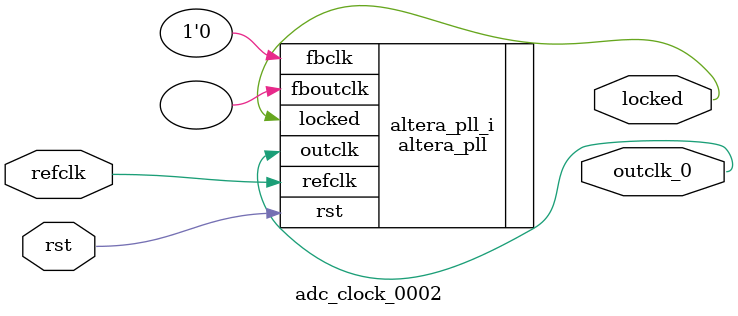
<source format=v>
`timescale 1ns/10ps
module  adc_clock_0002(

	// interface 'refclk'
	input wire refclk,

	// interface 'reset'
	input wire rst,

	// interface 'outclk0'
	output wire outclk_0,

	// interface 'locked'
	output wire locked
);

	altera_pll #(
		.fractional_vco_multiplier("false"),
		.reference_clock_frequency("50.0 MHz"),
		.operation_mode("direct"),
		.number_of_clocks(1),
		.output_clock_frequency0("40.000000 MHz"),
		.phase_shift0("0 ps"),
		.duty_cycle0(50),
		.output_clock_frequency1("0 MHz"),
		.phase_shift1("0 ps"),
		.duty_cycle1(50),
		.output_clock_frequency2("0 MHz"),
		.phase_shift2("0 ps"),
		.duty_cycle2(50),
		.output_clock_frequency3("0 MHz"),
		.phase_shift3("0 ps"),
		.duty_cycle3(50),
		.output_clock_frequency4("0 MHz"),
		.phase_shift4("0 ps"),
		.duty_cycle4(50),
		.output_clock_frequency5("0 MHz"),
		.phase_shift5("0 ps"),
		.duty_cycle5(50),
		.output_clock_frequency6("0 MHz"),
		.phase_shift6("0 ps"),
		.duty_cycle6(50),
		.output_clock_frequency7("0 MHz"),
		.phase_shift7("0 ps"),
		.duty_cycle7(50),
		.output_clock_frequency8("0 MHz"),
		.phase_shift8("0 ps"),
		.duty_cycle8(50),
		.output_clock_frequency9("0 MHz"),
		.phase_shift9("0 ps"),
		.duty_cycle9(50),
		.output_clock_frequency10("0 MHz"),
		.phase_shift10("0 ps"),
		.duty_cycle10(50),
		.output_clock_frequency11("0 MHz"),
		.phase_shift11("0 ps"),
		.duty_cycle11(50),
		.output_clock_frequency12("0 MHz"),
		.phase_shift12("0 ps"),
		.duty_cycle12(50),
		.output_clock_frequency13("0 MHz"),
		.phase_shift13("0 ps"),
		.duty_cycle13(50),
		.output_clock_frequency14("0 MHz"),
		.phase_shift14("0 ps"),
		.duty_cycle14(50),
		.output_clock_frequency15("0 MHz"),
		.phase_shift15("0 ps"),
		.duty_cycle15(50),
		.output_clock_frequency16("0 MHz"),
		.phase_shift16("0 ps"),
		.duty_cycle16(50),
		.output_clock_frequency17("0 MHz"),
		.phase_shift17("0 ps"),
		.duty_cycle17(50),
		.pll_type("General"),
		.pll_subtype("General")
	) altera_pll_i (
		.rst	(rst),
		.outclk	({outclk_0}),
		.locked	(locked),
		.fboutclk	( ),
		.fbclk	(1'b0),
		.refclk	(refclk)
	);
endmodule


</source>
